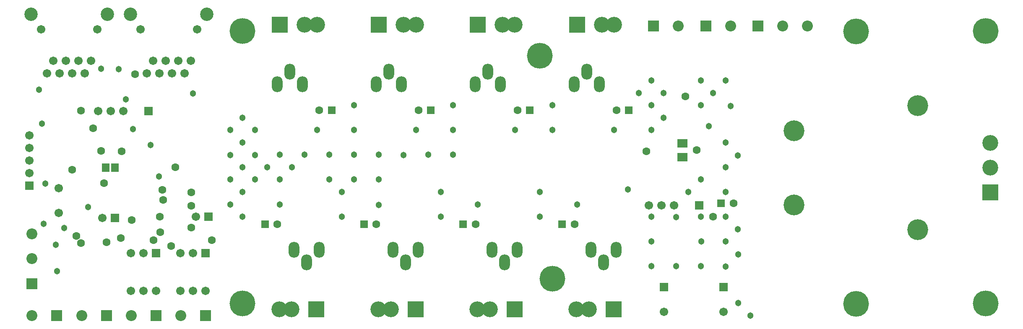
<source format=gbs>
%FSLAX43Y43*%
%MOMM*%
G71*
G01*
G75*
%ADD10C,0.300*%
%ADD11C,0.125*%
%ADD12R,1.600X1.800*%
%ADD13R,0.600X2.200*%
%ADD14R,1.800X1.600*%
%ADD15R,2.000X2.000*%
%ADD16R,2.000X1.500*%
%ADD17R,7.000X7.000*%
%ADD18R,1.500X1.300*%
%ADD19R,1.300X1.500*%
%ADD20R,0.600X1.700*%
%ADD21R,0.600X1.700*%
%ADD22R,6.000X6.000*%
%ADD23R,3.000X4.000*%
%ADD24C,0.400*%
%ADD25C,0.500*%
%ADD26C,1.000*%
%ADD27C,2.000*%
%ADD28C,0.600*%
%ADD29C,2.000*%
%ADD30C,5.000*%
%ADD31C,1.400*%
%ADD32R,1.400X1.400*%
%ADD33C,1.500*%
%ADD34R,1.500X1.500*%
%ADD35C,4.000*%
%ADD36C,3.000*%
%ADD37R,3.000X3.000*%
%ADD38C,1.500*%
%ADD39R,1.500X1.500*%
%ADD40C,2.500*%
%ADD41O,2.000X3.000*%
%ADD42C,1.100*%
%ADD43R,1.803X2.003*%
%ADD44R,0.803X2.403*%
%ADD45R,2.003X1.803*%
%ADD46R,2.203X2.203*%
%ADD47R,2.203X1.703*%
%ADD48R,7.203X7.203*%
%ADD49R,1.703X1.503*%
%ADD50R,1.503X1.703*%
%ADD51R,0.803X1.903*%
%ADD52R,0.803X1.903*%
%ADD53R,6.203X6.203*%
%ADD54R,3.203X4.203*%
%ADD55C,2.203*%
%ADD56C,5.203*%
%ADD57C,1.603*%
%ADD58R,1.603X1.603*%
%ADD59C,1.703*%
%ADD60R,1.703X1.703*%
%ADD61C,4.203*%
%ADD62C,3.203*%
%ADD63R,3.203X3.203*%
%ADD64C,1.703*%
%ADD65R,1.703X1.703*%
%ADD66C,2.703*%
%ADD67O,2.203X3.203*%
%ADD68C,1.303*%
D45*
X133793Y-30512D02*
D03*
Y-27712D02*
D03*
D46*
X148999Y-4001D02*
D03*
X127900Y-4000D02*
D03*
X138500D02*
D03*
X37500Y-62500D02*
D03*
X27500D02*
D03*
X7500D02*
D03*
X17500D02*
D03*
X2501Y-56001D02*
D03*
D50*
X17365Y-32595D02*
D03*
X19265D02*
D03*
D55*
X158999Y-4001D02*
D03*
X153999D02*
D03*
X132900Y-4000D02*
D03*
X143500D02*
D03*
X32500Y-62500D02*
D03*
X22500D02*
D03*
X12500D02*
D03*
X2500D02*
D03*
X2501Y-51001D02*
D03*
Y-46001D02*
D03*
D56*
X105000Y-10000D02*
D03*
X107500Y-55000D02*
D03*
X195000Y-60000D02*
D03*
Y-5000D02*
D03*
X168800Y-5100D02*
D03*
Y-60100D02*
D03*
X45000Y-5000D02*
D03*
Y-60000D02*
D03*
D57*
X112011Y-44008D02*
D03*
X92011D02*
D03*
X72011D02*
D03*
X52011D02*
D03*
X120489Y-20992D02*
D03*
X100489D02*
D03*
X80489D02*
D03*
X60489D02*
D03*
X144111Y-39808D02*
D03*
X140000Y-42500D02*
D03*
X136666Y-29034D02*
D03*
X126500Y-29300D02*
D03*
X134400Y-18200D02*
D03*
X23300Y-13700D02*
D03*
X10600Y-33000D02*
D03*
X12400Y-21100D02*
D03*
X16400Y-29200D02*
D03*
X17000Y-35700D02*
D03*
X20600Y-29300D02*
D03*
X31389Y-32500D02*
D03*
X30600Y-48400D02*
D03*
X28800Y-37100D02*
D03*
X34600Y-37595D02*
D03*
X29000Y-39100D02*
D03*
X34600Y-40300D02*
D03*
X27000Y-47200D02*
D03*
X38800D02*
D03*
X17500Y-47700D02*
D03*
X12400Y-47800D02*
D03*
X20400Y-46800D02*
D03*
X28400Y-45600D02*
D03*
X11400Y-46400D02*
D03*
X34600Y-44700D02*
D03*
X22600Y-43200D02*
D03*
X28300Y-42500D02*
D03*
X14800Y-24600D02*
D03*
D58*
X109511Y-44008D02*
D03*
X89511D02*
D03*
X69511D02*
D03*
X49511D02*
D03*
X122989Y-20992D02*
D03*
X102989D02*
D03*
X82989D02*
D03*
X62989D02*
D03*
X141611Y-39808D02*
D03*
D59*
X127048Y-40191D02*
D03*
X129588D02*
D03*
X132128D02*
D03*
X130093Y-61699D02*
D03*
X142093D02*
D03*
X35800Y-4680D02*
D03*
X24400D02*
D03*
X34545Y-11030D02*
D03*
X33275Y-13570D02*
D03*
X32005Y-11030D02*
D03*
X30735Y-13570D02*
D03*
X26925Y-11030D02*
D03*
X25655Y-13570D02*
D03*
X5555D02*
D03*
X6825Y-11030D02*
D03*
X8095Y-13570D02*
D03*
X9365Y-11030D02*
D03*
X10635Y-13570D02*
D03*
X11905Y-11030D02*
D03*
X13175Y-13570D02*
D03*
X14445Y-11030D02*
D03*
X4300Y-4680D02*
D03*
X15700D02*
D03*
X16692Y-42788D02*
D03*
X35592Y-42488D02*
D03*
X15848Y-21191D02*
D03*
X18388D02*
D03*
X20928D02*
D03*
X7900Y-36708D02*
D03*
X7900Y-41708D02*
D03*
X2000Y-26040D02*
D03*
Y-28580D02*
D03*
Y-31120D02*
D03*
Y-33660D02*
D03*
X29465Y-11030D02*
D03*
X28195Y-13570D02*
D03*
D60*
X137208Y-40191D02*
D03*
X130093Y-56699D02*
D03*
X142093D02*
D03*
X19192Y-42788D02*
D03*
X38092Y-42488D02*
D03*
X26008Y-21191D02*
D03*
X2000Y-36200D02*
D03*
D61*
X156300Y-25100D02*
D03*
Y-40100D02*
D03*
X181300Y-20100D02*
D03*
Y-45100D02*
D03*
D62*
X195901Y-27601D02*
D03*
Y-32601D02*
D03*
X57500Y-3700D02*
D03*
X77500D02*
D03*
X97500D02*
D03*
X117500D02*
D03*
X54900Y-61200D02*
D03*
X74900D02*
D03*
X94900D02*
D03*
X114900Y-61200D02*
D03*
X52400D02*
D03*
X72400D02*
D03*
X92400D02*
D03*
X112400D02*
D03*
X60000Y-3700D02*
D03*
X80000D02*
D03*
X99900D02*
D03*
X120000D02*
D03*
D63*
X195901Y-37601D02*
D03*
X52500Y-3700D02*
D03*
X72500D02*
D03*
X92500D02*
D03*
X112500D02*
D03*
X59900Y-61200D02*
D03*
X79900D02*
D03*
X99900D02*
D03*
X119900D02*
D03*
D64*
X22460Y-57510D02*
D03*
X25000D02*
D03*
X27540D02*
D03*
X22460Y-49890D02*
D03*
X25000D02*
D03*
X32460Y-57510D02*
D03*
X35000D02*
D03*
X37540D02*
D03*
X32460Y-49890D02*
D03*
X35000D02*
D03*
D65*
X27540D02*
D03*
X37540D02*
D03*
D66*
X37800Y-1600D02*
D03*
X22400D02*
D03*
X2300D02*
D03*
X17700D02*
D03*
D67*
X57038Y-15711D02*
D03*
X54498Y-13211D02*
D03*
X51958Y-15711D02*
D03*
X77038D02*
D03*
X74498Y-13211D02*
D03*
X71958Y-15711D02*
D03*
X97038D02*
D03*
X94498Y-13211D02*
D03*
X91958Y-15711D02*
D03*
X117038D02*
D03*
X114498Y-13211D02*
D03*
X111958Y-15711D02*
D03*
X55362Y-49189D02*
D03*
X57902Y-51689D02*
D03*
X60442Y-49189D02*
D03*
X75362D02*
D03*
X77902Y-51689D02*
D03*
X80442Y-49189D02*
D03*
X95362D02*
D03*
X97902Y-51689D02*
D03*
X100442Y-49189D02*
D03*
X115362D02*
D03*
X117902Y-51689D02*
D03*
X120442Y-49189D02*
D03*
D68*
X4800Y-43907D02*
D03*
X9000Y-44807D02*
D03*
X7300Y-48207D02*
D03*
X7506Y-53500D02*
D03*
X35006Y-17600D02*
D03*
X16400Y-12607D02*
D03*
X20006Y-12700D02*
D03*
X3900Y-16807D02*
D03*
X21406Y-18800D02*
D03*
X4506Y-23700D02*
D03*
X5206Y-35800D02*
D03*
X22900Y-24807D02*
D03*
X26400Y-28007D02*
D03*
X28106Y-34400D02*
D03*
X13800Y-40507D02*
D03*
X145006Y-59900D02*
D03*
D03*
X147500Y-62507D02*
D03*
X130006Y-22500D02*
D03*
X142500Y-15007D02*
D03*
X139100Y-24207D02*
D03*
X143500Y-20107D02*
D03*
X142506Y-27500D02*
D03*
X145000Y-30107D02*
D03*
X142500Y-32507D02*
D03*
Y-37507D02*
D03*
X142506Y-42500D02*
D03*
X145000Y-45007D02*
D03*
X142500Y-47507D02*
D03*
X145006Y-50100D02*
D03*
X142500Y-52607D02*
D03*
X137506Y-35000D02*
D03*
X135000Y-37507D02*
D03*
X127506Y-42500D02*
D03*
X132506Y-42600D02*
D03*
X137500Y-42507D02*
D03*
X137600Y-47507D02*
D03*
X137506Y-52500D02*
D03*
X132506D02*
D03*
X127500Y-52507D02*
D03*
Y-47507D02*
D03*
X122800Y-37007D02*
D03*
X125006Y-17500D02*
D03*
X130000Y-17507D02*
D03*
X140006Y-17500D02*
D03*
X137500Y-20007D02*
D03*
X137506Y-15000D02*
D03*
X127506D02*
D03*
Y-20000D02*
D03*
X127500Y-25007D02*
D03*
X72506Y-35000D02*
D03*
X67506D02*
D03*
X62506D02*
D03*
X72506Y-30000D02*
D03*
X87506D02*
D03*
X82506D02*
D03*
X77500Y-30007D02*
D03*
X67506Y-30000D02*
D03*
X62506D02*
D03*
X57506D02*
D03*
X47500Y-25007D02*
D03*
X55000Y-32507D02*
D03*
X52506Y-35000D02*
D03*
Y-30000D02*
D03*
X47506Y-35000D02*
D03*
X50006Y-32500D02*
D03*
X47500Y-30007D02*
D03*
X45000Y-22507D02*
D03*
X42500Y-25007D02*
D03*
X45006Y-27500D02*
D03*
X42500Y-30007D02*
D03*
X45000Y-32507D02*
D03*
X42506Y-35000D02*
D03*
X45000Y-37507D02*
D03*
X42500Y-40007D02*
D03*
X45000Y-42507D02*
D03*
X52506Y-40000D02*
D03*
X72506Y-40100D02*
D03*
X92500Y-40007D02*
D03*
X112500D02*
D03*
X120000Y-25007D02*
D03*
X100006Y-25000D02*
D03*
X60000Y-25007D02*
D03*
X80000D02*
D03*
X67506Y-25000D02*
D03*
X67500Y-20007D02*
D03*
X87506Y-25000D02*
D03*
X87500Y-20007D02*
D03*
X107500D02*
D03*
X107506Y-25000D02*
D03*
X105000Y-37507D02*
D03*
Y-42507D02*
D03*
X85006Y-37500D02*
D03*
X85000Y-42507D02*
D03*
X65000Y-37507D02*
D03*
Y-42507D02*
D03*
X19265Y-32595D02*
D03*
X133806Y-30400D02*
D03*
M02*

</source>
